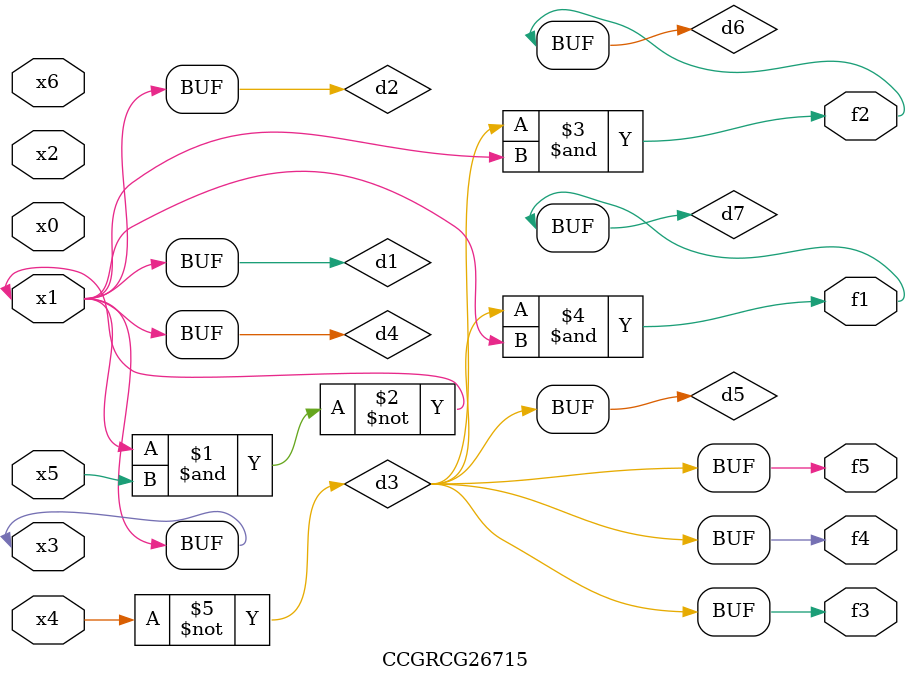
<source format=v>
module CCGRCG26715(
	input x0, x1, x2, x3, x4, x5, x6,
	output f1, f2, f3, f4, f5
);

	wire d1, d2, d3, d4, d5, d6, d7;

	buf (d1, x1, x3);
	nand (d2, x1, x5);
	not (d3, x4);
	buf (d4, d1, d2);
	buf (d5, d3);
	and (d6, d3, d4);
	and (d7, d3, d4);
	assign f1 = d7;
	assign f2 = d6;
	assign f3 = d5;
	assign f4 = d5;
	assign f5 = d5;
endmodule

</source>
